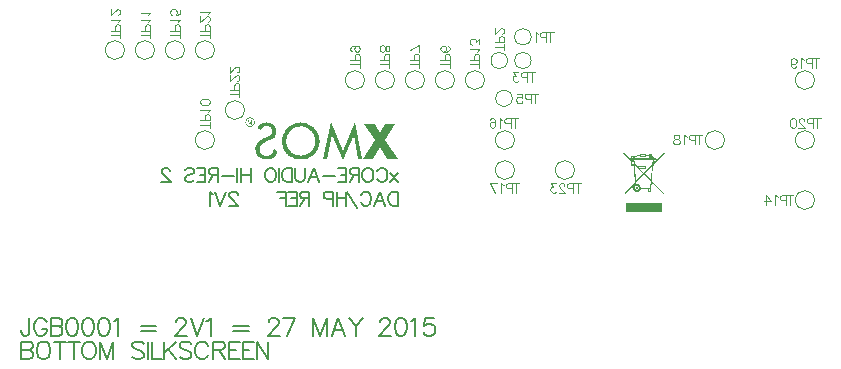
<source format=gbo>
%FSAX43Y43*%
%MOMM*%
G71*
G01*
G75*
G04 Layer_Color=32896*
%ADD10R,0.590X0.600*%
%ADD11R,0.630X0.610*%
%ADD12R,0.600X0.590*%
%ADD13R,0.610X0.630*%
%ADD14R,0.590X1.910*%
%ADD15R,0.550X0.300*%
%ADD16R,1.210X0.590*%
%ADD17R,1.280X0.590*%
%ADD18R,1.090X0.400*%
%ADD19R,0.400X1.090*%
%ADD20R,1.520X0.330*%
%ADD21R,0.930X0.790*%
%ADD22R,1.600X0.280*%
%ADD23C,0.750*%
%ADD24R,5.500X5.500*%
%ADD25R,0.280X1.600*%
%ADD26R,3.700X3.700*%
%ADD27O,0.800X0.220*%
%ADD28O,0.220X0.800*%
%ADD29R,1.270X1.020*%
%ADD30R,0.910X0.930*%
%ADD31R,1.140X1.470*%
%ADD32R,1.000X0.970*%
%ADD33C,1.000*%
%ADD34R,0.400X0.350*%
%ADD35R,1.350X0.400*%
%ADD36R,1.600X1.900*%
%ADD37R,1.400X1.600*%
%ADD38R,1.800X1.230*%
%ADD39R,1.160X1.470*%
%ADD40R,0.930X0.920*%
%ADD41R,0.920X0.930*%
%ADD42R,1.470X1.160*%
%ADD43R,0.350X0.400*%
%ADD44C,0.250*%
%ADD45C,0.150*%
%ADD46C,0.300*%
%ADD47C,0.500*%
%ADD48C,0.280*%
%ADD49C,0.400*%
%ADD50C,0.220*%
%ADD51C,0.160*%
%ADD52C,0.200*%
%ADD53C,0.600*%
%ADD54C,0.800*%
%ADD55C,0.590*%
%ADD56C,0.260*%
%ADD57R,1.200X1.600*%
%ADD58R,1.600X1.100*%
%ADD59R,1.200X1.600*%
%ADD60R,1.100X1.600*%
%ADD61C,1.400*%
%ADD62C,2.200*%
G04:AMPARAMS|DCode=63|XSize=0.9mm|YSize=1.6mm|CornerRadius=0.45mm|HoleSize=0mm|Usage=FLASHONLY|Rotation=270.000|XOffset=0mm|YOffset=0mm|HoleType=Round|Shape=RoundedRectangle|*
%AMROUNDEDRECTD63*
21,1,0.900,0.700,0,0,270.0*
21,1,0.000,1.600,0,0,270.0*
1,1,0.900,-0.350,0.000*
1,1,0.900,-0.350,0.000*
1,1,0.900,0.350,0.000*
1,1,0.900,0.350,0.000*
%
%ADD63ROUNDEDRECTD63*%
%ADD64C,0.600*%
%ADD65C,1.000*%
%ADD66C,1.800*%
G04:AMPARAMS|DCode=67|XSize=1.8mm|YSize=1.8mm|CornerRadius=0mm|HoleSize=0mm|Usage=FLASHONLY|Rotation=0.000|XOffset=0mm|YOffset=0mm|HoleType=Round|Shape=Relief|Width=0.2mm|Gap=0.25mm|Entries=4|*
%AMTHD67*
7,0,0,1.800,1.300,0.200,45*
%
%ADD67THD67*%
%ADD68C,1.900*%
G04:AMPARAMS|DCode=69|XSize=2.3mm|YSize=2.3mm|CornerRadius=0mm|HoleSize=0mm|Usage=FLASHONLY|Rotation=0.000|XOffset=0mm|YOffset=0mm|HoleType=Round|Shape=Relief|Width=0.2mm|Gap=0.25mm|Entries=4|*
%AMTHD69*
7,0,0,2.300,1.800,0.200,45*
%
%ADD69THD69*%
%ADD70O,1.800X1.100*%
%ADD71C,3.650*%
%ADD72C,0.850*%
%ADD73C,1.200*%
%ADD74C,0.120*%
%ADD75C,1.500*%
%ADD76C,2.000*%
%ADD77C,1.350*%
%ADD78C,3.200*%
G36*
X0200912Y0164041D02*
X0201033Y0164017D01*
X0201134Y0163985D01*
X0201222Y0163948D01*
X0201292Y0163906D01*
X0201320Y0163888D01*
X0201343Y0163874D01*
X0201361Y0163860D01*
X0201375Y0163851D01*
X0201380Y0163846D01*
X0201384Y0163842D01*
X0201426Y0163800D01*
X0201463Y0163758D01*
X0201495Y0163717D01*
X0201519Y0163670D01*
X0201565Y0163582D01*
X0201593Y0163499D01*
X0201606Y0163425D01*
X0201611Y0163393D01*
X0201616Y0163369D01*
X0201620Y0163346D01*
Y0163328D01*
Y0163319D01*
Y0163314D01*
X0201616Y0163217D01*
X0201597Y0163124D01*
X0201574Y0163046D01*
X0201546Y0162976D01*
X0201523Y0162921D01*
X0201500Y0162884D01*
X0201482Y0162856D01*
X0201477Y0162847D01*
X0201417Y0162777D01*
X0201347Y0162717D01*
X0201273Y0162661D01*
X0201204Y0162615D01*
X0201139Y0162578D01*
X0201084Y0162550D01*
X0201065Y0162541D01*
X0201051Y0162532D01*
X0201042Y0162527D01*
X0201037D01*
X0200672Y0162374D01*
X0200588Y0162333D01*
X0200519Y0162291D01*
X0200459Y0162250D01*
X0200408Y0162213D01*
X0200371Y0162175D01*
X0200343Y0162148D01*
X0200325Y0162129D01*
X0200320Y0162125D01*
X0200283Y0162069D01*
X0200255Y0162009D01*
X0200232Y0161949D01*
X0200218Y0161898D01*
X0200209Y0161847D01*
X0200204Y0161810D01*
Y0161787D01*
Y0161782D01*
Y0161777D01*
X0200213Y0161690D01*
X0200232Y0161611D01*
X0200255Y0161546D01*
X0200288Y0161486D01*
X0200320Y0161440D01*
X0200343Y0161407D01*
X0200362Y0161389D01*
X0200371Y0161379D01*
X0200436Y0161329D01*
X0200510Y0161292D01*
X0200584Y0161264D01*
X0200648Y0161245D01*
X0200713Y0161236D01*
X0200760Y0161231D01*
X0200778Y0161227D01*
X0200806D01*
X0200889Y0161231D01*
X0200959Y0161250D01*
X0201023Y0161273D01*
X0201079Y0161296D01*
X0201125Y0161324D01*
X0201158Y0161342D01*
X0201176Y0161361D01*
X0201185Y0161366D01*
X0201236Y0161421D01*
X0201283Y0161491D01*
X0201320Y0161555D01*
X0201347Y0161625D01*
X0201370Y0161685D01*
X0201384Y0161731D01*
X0201389Y0161750D01*
X0201394Y0161764D01*
X0201398Y0161773D01*
Y0161777D01*
X0201718Y0161616D01*
X0201681Y0161500D01*
X0201634Y0161393D01*
X0201579Y0161305D01*
X0201528Y0161236D01*
X0201477Y0161176D01*
X0201435Y0161134D01*
X0201407Y0161111D01*
X0201403Y0161102D01*
X0201398D01*
X0201306Y0161042D01*
X0201204Y0161000D01*
X0201107Y0160968D01*
X0201009Y0160949D01*
X0200931Y0160935D01*
X0200894Y0160931D01*
X0200866D01*
X0200838Y0160926D01*
X0200806D01*
X0200727Y0160931D01*
X0200653Y0160935D01*
X0200514Y0160963D01*
X0200454Y0160986D01*
X0200399Y0161005D01*
X0200343Y0161028D01*
X0200297Y0161051D01*
X0200255Y0161074D01*
X0200218Y0161097D01*
X0200186Y0161120D01*
X0200158Y0161139D01*
X0200139Y0161153D01*
X0200126Y0161167D01*
X0200116Y0161171D01*
X0200112Y0161176D01*
X0200065Y0161227D01*
X0200024Y0161278D01*
X0199991Y0161329D01*
X0199959Y0161384D01*
X0199931Y0161440D01*
X0199913Y0161495D01*
X0199880Y0161602D01*
X0199862Y0161694D01*
X0199857Y0161736D01*
X0199852Y0161768D01*
X0199848Y0161796D01*
Y0161819D01*
Y0161833D01*
Y0161838D01*
X0199852Y0161939D01*
X0199871Y0162032D01*
X0199894Y0162111D01*
X0199922Y0162185D01*
X0199950Y0162240D01*
X0199973Y0162282D01*
X0199991Y0162310D01*
X0199996Y0162319D01*
X0200056Y0162393D01*
X0200126Y0162458D01*
X0200200Y0162518D01*
X0200269Y0162564D01*
X0200334Y0162601D01*
X0200389Y0162629D01*
X0200408Y0162638D01*
X0200422Y0162648D01*
X0200431Y0162652D01*
X0200436D01*
X0200861Y0162837D01*
X0200935Y0162874D01*
X0200996Y0162911D01*
X0201051Y0162944D01*
X0201093Y0162976D01*
X0201125Y0163004D01*
X0201148Y0163027D01*
X0201162Y0163041D01*
X0201167Y0163046D01*
X0201199Y0163092D01*
X0201222Y0163138D01*
X0201241Y0163184D01*
X0201250Y0163226D01*
X0201259Y0163263D01*
X0201264Y0163291D01*
Y0163314D01*
Y0163319D01*
X0201259Y0163388D01*
X0201245Y0163448D01*
X0201222Y0163499D01*
X0201199Y0163545D01*
X0201181Y0163582D01*
X0201158Y0163605D01*
X0201144Y0163624D01*
X0201139Y0163629D01*
X0201088Y0163670D01*
X0201033Y0163703D01*
X0200977Y0163721D01*
X0200926Y0163740D01*
X0200880Y0163749D01*
X0200843Y0163754D01*
X0200810D01*
X0200755Y0163749D01*
X0200699Y0163740D01*
X0200653Y0163726D01*
X0200611Y0163712D01*
X0200574Y0163693D01*
X0200551Y0163680D01*
X0200533Y0163670D01*
X0200528Y0163666D01*
X0200482Y0163633D01*
X0200440Y0163592D01*
X0200403Y0163550D01*
X0200366Y0163508D01*
X0200338Y0163471D01*
X0200320Y0163439D01*
X0200306Y0163420D01*
X0200301Y0163411D01*
X0200010Y0163596D01*
X0200056Y0163675D01*
X0200107Y0163744D01*
X0200158Y0163800D01*
X0200204Y0163851D01*
X0200250Y0163888D01*
X0200288Y0163911D01*
X0200311Y0163929D01*
X0200315Y0163934D01*
X0200320D01*
X0200394Y0163971D01*
X0200473Y0163999D01*
X0200551Y0164022D01*
X0200625Y0164036D01*
X0200686Y0164045D01*
X0200736Y0164050D01*
X0200847D01*
X0200912Y0164041D01*
D02*
G37*
G36*
X0208900Y0161000D02*
X0208558D01*
X0208183Y0163027D01*
X0207252Y0160884D01*
X0206332Y0163027D01*
X0205952Y0161000D01*
X0205605D01*
X0206211Y0164101D01*
X0207252Y0161629D01*
X0208298Y0164101D01*
X0208900Y0161000D01*
D02*
G37*
G36*
X0234500Y0161472D02*
X0233561Y0160494D01*
X0233533Y0160227D01*
X0233472Y0159589D01*
X0233428Y0159128D01*
X0234433Y0158089D01*
X0234367Y0158022D01*
X0233417Y0158994D01*
X0233361Y0158400D01*
X0233333D01*
Y0158172D01*
X0233122D01*
Y0158400D01*
X0232467D01*
X0232445Y0158355D01*
X0232411Y0158311D01*
X0232367Y0158261D01*
X0232306Y0158216D01*
X0232234Y0158194D01*
X0232167Y0158189D01*
X0232100D01*
X0232050Y0158205D01*
X0231989Y0158228D01*
X0231939Y0158261D01*
X0231900Y0158300D01*
X0231861Y0158355D01*
X0231834Y0158416D01*
X0231817Y0158472D01*
X0231811Y0158522D01*
X0231817Y0158578D01*
X0231828Y0158622D01*
X0231845Y0158666D01*
X0231867Y0158711D01*
X0231895Y0158750D01*
X0231934Y0158789D01*
X0231978Y0158816D01*
X0232017Y0158833D01*
X0232011Y0158883D01*
X0231178Y0158022D01*
X0231111Y0158094D01*
X0232000Y0159016D01*
X0231928Y0159822D01*
X0231878Y0160405D01*
X0231611D01*
Y0160777D01*
X0231684D01*
X0231006Y0161472D01*
X0231078Y0161538D01*
X0231711Y0160883D01*
Y0160933D01*
X0231700Y0160944D01*
X0231684Y0160955D01*
X0231667Y0160972D01*
X0231650Y0160988D01*
X0231639Y0161016D01*
X0231634Y0161038D01*
X0231628Y0161066D01*
X0231634Y0161100D01*
X0231645Y0161122D01*
X0231667Y0161161D01*
X0231695Y0161183D01*
X0231734Y0161200D01*
X0231773Y0161205D01*
X0231811Y0161200D01*
X0231845Y0161188D01*
X0231872Y0161172D01*
X0231884Y0161155D01*
X0231911Y0161177D01*
X0231950Y0161205D01*
X0232000Y0161227D01*
X0232072Y0161255D01*
X0232150Y0161277D01*
X0232228Y0161294D01*
X0232311Y0161311D01*
X0232378Y0161316D01*
Y0161399D01*
X0232911D01*
Y0161327D01*
X0232956D01*
X0233022Y0161322D01*
X0233095Y0161311D01*
X0233167Y0161299D01*
Y0161344D01*
X0233395D01*
Y0161238D01*
X0233422Y0161222D01*
X0233461Y0161205D01*
X0233500Y0161183D01*
X0233533Y0161161D01*
X0233567Y0161133D01*
X0233589Y0161111D01*
X0233600Y0161094D01*
X0233611Y0161072D01*
X0233606Y0161033D01*
X0233739D01*
Y0160861D01*
X0233595D01*
X0233572Y0160644D01*
X0234433Y0161538D01*
X0234500Y0161472D01*
D02*
G37*
G36*
X0203809Y0164045D02*
X0203920Y0164031D01*
X0204027Y0164013D01*
X0204115Y0163990D01*
X0204193Y0163966D01*
X0204226Y0163957D01*
X0204254Y0163948D01*
X0204277Y0163939D01*
X0204291Y0163934D01*
X0204300Y0163929D01*
X0204305D01*
X0204411Y0163879D01*
X0204508Y0163828D01*
X0204596Y0163772D01*
X0204675Y0163717D01*
X0204735Y0163666D01*
X0204781Y0163629D01*
X0204800Y0163615D01*
X0204814Y0163601D01*
X0204818Y0163596D01*
X0204823Y0163592D01*
X0204902Y0163508D01*
X0204971Y0163420D01*
X0205031Y0163332D01*
X0205082Y0163258D01*
X0205119Y0163189D01*
X0205147Y0163133D01*
X0205156Y0163115D01*
X0205165Y0163101D01*
X0205170Y0163092D01*
Y0163087D01*
X0205207Y0162981D01*
X0205235Y0162874D01*
X0205258Y0162772D01*
X0205272Y0162680D01*
X0205281Y0162601D01*
Y0162569D01*
X0205286Y0162541D01*
Y0162518D01*
Y0162499D01*
Y0162490D01*
Y0162486D01*
X0205281Y0162370D01*
X0205267Y0162259D01*
X0205249Y0162157D01*
X0205225Y0162064D01*
X0205207Y0161990D01*
X0205198Y0161958D01*
X0205188Y0161935D01*
X0205179Y0161912D01*
X0205175Y0161898D01*
X0205170Y0161889D01*
Y0161884D01*
X0205119Y0161782D01*
X0205063Y0161685D01*
X0205008Y0161602D01*
X0204952Y0161528D01*
X0204902Y0161463D01*
X0204860Y0161417D01*
X0204846Y0161403D01*
X0204832Y0161389D01*
X0204827Y0161384D01*
X0204823Y0161379D01*
X0204735Y0161301D01*
X0204647Y0161231D01*
X0204559Y0161176D01*
X0204480Y0161125D01*
X0204406Y0161088D01*
X0204379Y0161074D01*
X0204355Y0161060D01*
X0204332Y0161051D01*
X0204318Y0161042D01*
X0204309Y0161037D01*
X0204305D01*
X0204193Y0161000D01*
X0204082Y0160972D01*
X0203981Y0160949D01*
X0203888Y0160935D01*
X0203809Y0160926D01*
X0203777D01*
X0203749Y0160921D01*
X0203694D01*
X0203578Y0160926D01*
X0203467Y0160940D01*
X0203360Y0160958D01*
X0203268Y0160981D01*
X0203194Y0161000D01*
X0203161Y0161009D01*
X0203134Y0161019D01*
X0203111Y0161028D01*
X0203097Y0161032D01*
X0203087Y0161037D01*
X0203083D01*
X0202976Y0161088D01*
X0202874Y0161143D01*
X0202787Y0161199D01*
X0202708Y0161255D01*
X0202648Y0161301D01*
X0202601Y0161342D01*
X0202583Y0161356D01*
X0202569Y0161370D01*
X0202564Y0161375D01*
X0202560Y0161379D01*
X0202481Y0161463D01*
X0202412Y0161551D01*
X0202352Y0161634D01*
X0202305Y0161713D01*
X0202268Y0161777D01*
X0202240Y0161833D01*
X0202231Y0161852D01*
X0202222Y0161865D01*
X0202217Y0161875D01*
Y0161879D01*
X0202176Y0161986D01*
X0202148Y0162092D01*
X0202125Y0162194D01*
X0202111Y0162287D01*
X0202102Y0162370D01*
Y0162402D01*
X0202097Y0162430D01*
Y0162453D01*
Y0162472D01*
Y0162481D01*
Y0162486D01*
X0202102Y0162601D01*
X0202116Y0162712D01*
X0202134Y0162814D01*
X0202157Y0162907D01*
X0202180Y0162981D01*
X0202190Y0163013D01*
X0202199Y0163036D01*
X0202208Y0163059D01*
X0202213Y0163073D01*
X0202217Y0163083D01*
Y0163087D01*
X0202268Y0163194D01*
X0202319Y0163286D01*
X0202379Y0163374D01*
X0202435Y0163448D01*
X0202481Y0163508D01*
X0202523Y0163555D01*
X0202537Y0163568D01*
X0202551Y0163582D01*
X0202555Y0163587D01*
X0202560Y0163592D01*
X0202648Y0163670D01*
X0202736Y0163735D01*
X0202824Y0163795D01*
X0202907Y0163842D01*
X0202976Y0163879D01*
X0203009Y0163897D01*
X0203032Y0163906D01*
X0203055Y0163916D01*
X0203069Y0163925D01*
X0203078Y0163929D01*
X0203083D01*
X0203194Y0163971D01*
X0203300Y0163999D01*
X0203402Y0164022D01*
X0203499Y0164036D01*
X0203578Y0164045D01*
X0203610D01*
X0203638Y0164050D01*
X0203694D01*
X0203809Y0164045D01*
D02*
G37*
G36*
X0210808Y0162541D02*
X0211895Y0161000D01*
X0211025D01*
X0210382Y0161939D01*
X0209799Y0161000D01*
X0208924D01*
X0209984Y0162541D01*
X0209063Y0163888D01*
X0209956D01*
X0210382Y0163143D01*
X0210808Y0163888D01*
X0211701D01*
X0210808Y0162541D01*
D02*
G37*
G36*
X0234300Y0157255D02*
Y0157244D01*
Y0157222D01*
Y0157200D01*
Y0157178D01*
Y0157155D01*
Y0157144D01*
Y0157139D01*
Y0157050D01*
Y0156967D01*
Y0156928D01*
Y0156900D01*
Y0156883D01*
Y0156878D01*
Y0156778D01*
Y0156733D01*
Y0156694D01*
Y0156661D01*
Y0156639D01*
Y0156622D01*
Y0156617D01*
Y0156578D01*
Y0156550D01*
Y0156528D01*
Y0156517D01*
Y0156500D01*
X0231261D01*
Y0156506D01*
Y0156517D01*
Y0156561D01*
Y0156600D01*
Y0156611D01*
Y0156617D01*
Y0156706D01*
Y0156789D01*
Y0156828D01*
Y0156856D01*
Y0156872D01*
Y0156878D01*
Y0156978D01*
Y0157022D01*
Y0157061D01*
Y0157094D01*
Y0157117D01*
Y0157133D01*
Y0157139D01*
Y0157178D01*
Y0157211D01*
Y0157233D01*
Y0157244D01*
Y0157255D01*
Y0157261D01*
X0234300D01*
Y0157255D01*
D02*
G37*
G36*
X0199441Y0164479D02*
X0199477Y0164474D01*
X0199510Y0164465D01*
X0199526Y0164460D01*
X0199540Y0164456D01*
X0199552Y0164450D01*
X0199565Y0164446D01*
X0199575Y0164441D01*
X0199584Y0164437D01*
X0199590Y0164434D01*
X0199596Y0164431D01*
X0199599Y0164430D01*
X0199600Y0164429D01*
X0199633Y0164408D01*
X0199663Y0164385D01*
X0199688Y0164360D01*
X0199709Y0164337D01*
X0199718Y0164326D01*
X0199726Y0164316D01*
X0199732Y0164306D01*
X0199738Y0164298D01*
X0199742Y0164292D01*
X0199746Y0164287D01*
X0199747Y0164284D01*
X0199748Y0164283D01*
X0199757Y0164265D01*
X0199764Y0164247D01*
X0199778Y0164212D01*
X0199787Y0164178D01*
X0199793Y0164148D01*
X0199796Y0164135D01*
X0199797Y0164123D01*
X0199799Y0164112D01*
Y0164103D01*
X0199800Y0164095D01*
Y0164090D01*
Y0164086D01*
Y0164085D01*
X0199799Y0164066D01*
X0199798Y0164047D01*
X0199792Y0164012D01*
X0199783Y0163979D01*
X0199779Y0163963D01*
X0199773Y0163949D01*
X0199769Y0163935D01*
X0199764Y0163924D01*
X0199760Y0163914D01*
X0199756Y0163905D01*
X0199752Y0163898D01*
X0199750Y0163893D01*
X0199748Y0163890D01*
Y0163889D01*
X0199727Y0163855D01*
X0199703Y0163827D01*
X0199679Y0163801D01*
X0199655Y0163780D01*
X0199643Y0163771D01*
X0199633Y0163763D01*
X0199625Y0163758D01*
X0199617Y0163752D01*
X0199610Y0163748D01*
X0199606Y0163744D01*
X0199602Y0163743D01*
X0199601Y0163742D01*
X0199584Y0163733D01*
X0199566Y0163726D01*
X0199530Y0163712D01*
X0199498Y0163703D01*
X0199468Y0163697D01*
X0199455Y0163694D01*
X0199443Y0163693D01*
X0199431Y0163691D01*
X0199423D01*
X0199415Y0163690D01*
X0199405D01*
X0199386Y0163691D01*
X0199367Y0163692D01*
X0199330Y0163698D01*
X0199297Y0163707D01*
X0199282Y0163711D01*
X0199268Y0163717D01*
X0199255Y0163721D01*
X0199243Y0163726D01*
X0199233Y0163730D01*
X0199225Y0163734D01*
X0199217Y0163738D01*
X0199213Y0163740D01*
X0199209Y0163742D01*
X0199208D01*
X0199175Y0163763D01*
X0199145Y0163787D01*
X0199121Y0163811D01*
X0199100Y0163835D01*
X0199091Y0163847D01*
X0199083Y0163857D01*
X0199076Y0163865D01*
X0199072Y0163873D01*
X0199067Y0163880D01*
X0199064Y0163884D01*
X0199063Y0163888D01*
X0199062Y0163889D01*
X0199053Y0163906D01*
X0199044Y0163924D01*
X0199031Y0163960D01*
X0199022Y0163992D01*
X0199015Y0164022D01*
X0199013Y0164035D01*
X0199011Y0164047D01*
X0199010Y0164059D01*
Y0164067D01*
X0199009Y0164075D01*
Y0164081D01*
Y0164084D01*
Y0164085D01*
X0199010Y0164104D01*
X0199011Y0164123D01*
X0199016Y0164160D01*
X0199025Y0164193D01*
X0199030Y0164208D01*
X0199035Y0164223D01*
X0199040Y0164236D01*
X0199045Y0164247D01*
X0199050Y0164257D01*
X0199053Y0164266D01*
X0199057Y0164274D01*
X0199060Y0164278D01*
X0199061Y0164282D01*
X0199062Y0164283D01*
X0199084Y0164316D01*
X0199107Y0164346D01*
X0199132Y0164372D01*
X0199144Y0164382D01*
X0199156Y0164392D01*
X0199167Y0164400D01*
X0199177Y0164408D01*
X0199187Y0164415D01*
X0199195Y0164420D01*
X0199202Y0164424D01*
X0199206Y0164427D01*
X0199209Y0164428D01*
X0199211Y0164429D01*
X0199228Y0164438D01*
X0199246Y0164447D01*
X0199281Y0164459D01*
X0199314Y0164469D01*
X0199343Y0164475D01*
X0199356Y0164477D01*
X0199368Y0164479D01*
X0199379Y0164480D01*
X0199388D01*
X0199395Y0164481D01*
X0199424D01*
X0199441Y0164479D01*
D02*
G37*
%LPC*%
G36*
X0233495Y0160861D02*
X0231939D01*
X0231950Y0160777D01*
X0231989D01*
Y0160600D01*
X0232222Y0160361D01*
X0232922D01*
Y0160139D01*
X0232439D01*
X0232761Y0159805D01*
X0233467Y0160538D01*
X0233495Y0160861D01*
D02*
G37*
G36*
X0232828Y0160266D02*
X0232328D01*
Y0160233D01*
X0232828D01*
Y0160266D01*
D02*
G37*
G36*
X0231895Y0160683D02*
X0231711D01*
Y0160500D01*
X0231895D01*
Y0160683D01*
D02*
G37*
G36*
X0233450Y0160383D02*
X0232828Y0159739D01*
X0233339Y0159211D01*
X0233450Y0160383D01*
D02*
G37*
G36*
X0232184Y0158694D02*
X0232156D01*
X0232100Y0158689D01*
X0232061Y0158666D01*
X0232028Y0158644D01*
X0232011Y0158611D01*
X0232000Y0158583D01*
X0231989Y0158555D01*
Y0158533D01*
Y0158528D01*
X0231995Y0158472D01*
X0232017Y0158433D01*
X0232039Y0158400D01*
X0232072Y0158383D01*
X0232100Y0158372D01*
X0232128Y0158366D01*
X0232150Y0158361D01*
X0232156D01*
X0232211Y0158366D01*
X0232250Y0158389D01*
X0232284Y0158416D01*
X0232300Y0158444D01*
X0232311Y0158478D01*
X0232317Y0158500D01*
X0232322Y0158522D01*
Y0158528D01*
X0232317Y0158583D01*
X0232295Y0158622D01*
X0232267Y0158655D01*
X0232239Y0158672D01*
X0232206Y0158683D01*
X0232184Y0158694D01*
D02*
G37*
G36*
X0232761Y0159666D02*
X0232100Y0158983D01*
X0232111Y0158861D01*
X0232156Y0158866D01*
X0232206Y0158861D01*
X0232267Y0158844D01*
X0232328Y0158816D01*
X0232372Y0158783D01*
X0232411Y0158744D01*
X0232450Y0158689D01*
X0232478Y0158622D01*
X0232495Y0158550D01*
X0232489Y0158500D01*
X0233272D01*
X0233328Y0159083D01*
X0232761Y0159666D01*
D02*
G37*
G36*
X0231989Y0160461D02*
Y0160405D01*
X0231978D01*
X0232089Y0159111D01*
X0232695Y0159739D01*
X0232306Y0160139D01*
X0232222D01*
Y0160222D01*
X0231989Y0160461D01*
D02*
G37*
G36*
X0233239Y0158400D02*
X0233217D01*
Y0158266D01*
X0233239D01*
Y0158400D01*
D02*
G37*
G36*
X0232811Y0161305D02*
X0232472D01*
Y0161250D01*
X0232811D01*
Y0161305D01*
D02*
G37*
G36*
X0203735Y0163721D02*
X0203694D01*
X0203601Y0163717D01*
X0203518Y0163707D01*
X0203439Y0163693D01*
X0203370Y0163675D01*
X0203310Y0163656D01*
X0203263Y0163643D01*
X0203235Y0163633D01*
X0203231Y0163629D01*
X0203226D01*
X0203143Y0163592D01*
X0203069Y0163550D01*
X0203004Y0163504D01*
X0202944Y0163462D01*
X0202898Y0163420D01*
X0202861Y0163388D01*
X0202837Y0163369D01*
X0202828Y0163360D01*
X0202768Y0163295D01*
X0202713Y0163226D01*
X0202671Y0163161D01*
X0202634Y0163096D01*
X0202601Y0163041D01*
X0202583Y0162999D01*
X0202569Y0162971D01*
X0202564Y0162967D01*
Y0162962D01*
X0202532Y0162879D01*
X0202509Y0162791D01*
X0202490Y0162712D01*
X0202481Y0162638D01*
X0202472Y0162578D01*
X0202467Y0162527D01*
Y0162509D01*
Y0162495D01*
Y0162490D01*
Y0162486D01*
X0202472Y0162393D01*
X0202481Y0162305D01*
X0202495Y0162226D01*
X0202514Y0162157D01*
X0202532Y0162097D01*
X0202546Y0162051D01*
X0202551Y0162037D01*
X0202555Y0162023D01*
X0202560Y0162018D01*
Y0162014D01*
X0202597Y0161935D01*
X0202638Y0161856D01*
X0202685Y0161791D01*
X0202726Y0161731D01*
X0202768Y0161685D01*
X0202800Y0161648D01*
X0202819Y0161625D01*
X0202828Y0161616D01*
X0202898Y0161555D01*
X0202962Y0161500D01*
X0203032Y0161454D01*
X0203092Y0161417D01*
X0203148Y0161384D01*
X0203189Y0161366D01*
X0203217Y0161352D01*
X0203222Y0161347D01*
X0203226D01*
X0203310Y0161315D01*
X0203393Y0161292D01*
X0203471Y0161278D01*
X0203541Y0161268D01*
X0203606Y0161259D01*
X0203652Y0161255D01*
X0203694D01*
X0203786Y0161259D01*
X0203869Y0161268D01*
X0203948Y0161282D01*
X0204018Y0161301D01*
X0204078Y0161315D01*
X0204124Y0161329D01*
X0204152Y0161338D01*
X0204156Y0161342D01*
X0204161D01*
X0204240Y0161379D01*
X0204314Y0161426D01*
X0204383Y0161467D01*
X0204443Y0161514D01*
X0204490Y0161555D01*
X0204527Y0161588D01*
X0204550Y0161606D01*
X0204559Y0161616D01*
X0204619Y0161685D01*
X0204675Y0161754D01*
X0204721Y0161819D01*
X0204758Y0161884D01*
X0204790Y0161935D01*
X0204809Y0161976D01*
X0204823Y0162004D01*
X0204827Y0162009D01*
Y0162014D01*
X0204855Y0162097D01*
X0204878Y0162180D01*
X0204892Y0162259D01*
X0204906Y0162333D01*
X0204911Y0162393D01*
X0204915Y0162444D01*
Y0162462D01*
Y0162476D01*
Y0162481D01*
Y0162486D01*
X0204911Y0162578D01*
X0204902Y0162666D01*
X0204888Y0162745D01*
X0204869Y0162814D01*
X0204855Y0162874D01*
X0204841Y0162921D01*
X0204837Y0162934D01*
X0204832Y0162948D01*
X0204827Y0162953D01*
Y0162958D01*
X0204790Y0163041D01*
X0204744Y0163115D01*
X0204703Y0163184D01*
X0204656Y0163245D01*
X0204619Y0163291D01*
X0204587Y0163328D01*
X0204568Y0163351D01*
X0204559Y0163360D01*
X0204494Y0163420D01*
X0204425Y0163476D01*
X0204360Y0163522D01*
X0204300Y0163559D01*
X0204244Y0163592D01*
X0204203Y0163610D01*
X0204175Y0163624D01*
X0204170Y0163629D01*
X0204166D01*
X0204082Y0163661D01*
X0203999Y0163684D01*
X0203920Y0163698D01*
X0203846Y0163712D01*
X0203786Y0163717D01*
X0203735Y0163721D01*
D02*
G37*
G36*
X0199413Y0164416D02*
X0199405D01*
X0199374Y0164414D01*
X0199345Y0164409D01*
X0199317Y0164403D01*
X0199293Y0164395D01*
X0199282Y0164390D01*
X0199272Y0164386D01*
X0199264Y0164383D01*
X0199256Y0164379D01*
X0199251Y0164377D01*
X0199246Y0164375D01*
X0199244Y0164373D01*
X0199243D01*
X0199214Y0164355D01*
X0199190Y0164335D01*
X0199168Y0164315D01*
X0199151Y0164295D01*
X0199136Y0164277D01*
X0199131Y0164269D01*
X0199126Y0164263D01*
X0199123Y0164257D01*
X0199121Y0164253D01*
X0199118Y0164251D01*
Y0164249D01*
X0199104Y0164219D01*
X0199093Y0164191D01*
X0199085Y0164163D01*
X0199080Y0164137D01*
X0199077Y0164126D01*
X0199076Y0164116D01*
X0199075Y0164107D01*
Y0164100D01*
X0199074Y0164094D01*
Y0164088D01*
Y0164086D01*
Y0164085D01*
X0199076Y0164054D01*
X0199081Y0164023D01*
X0199089Y0163995D01*
X0199096Y0163971D01*
X0199101Y0163960D01*
X0199104Y0163951D01*
X0199108Y0163942D01*
X0199112Y0163934D01*
X0199114Y0163929D01*
X0199116Y0163924D01*
X0199118Y0163922D01*
Y0163921D01*
X0199136Y0163893D01*
X0199156Y0163869D01*
X0199176Y0163848D01*
X0199196Y0163830D01*
X0199213Y0163817D01*
X0199221Y0163811D01*
X0199227Y0163807D01*
X0199233Y0163803D01*
X0199237Y0163801D01*
X0199239Y0163799D01*
X0199241D01*
X0199271Y0163784D01*
X0199299Y0163773D01*
X0199327Y0163767D01*
X0199353Y0163761D01*
X0199364Y0163759D01*
X0199374Y0163758D01*
X0199383Y0163757D01*
X0199390D01*
X0199396Y0163755D01*
X0199405D01*
X0199436Y0163758D01*
X0199467Y0163762D01*
X0199495Y0163769D01*
X0199519Y0163778D01*
X0199530Y0163781D01*
X0199539Y0163785D01*
X0199548Y0163789D01*
X0199556Y0163792D01*
X0199561Y0163794D01*
X0199566Y0163797D01*
X0199568Y0163799D01*
X0199569D01*
X0199597Y0163817D01*
X0199621Y0163837D01*
X0199642Y0163857D01*
X0199660Y0163876D01*
X0199673Y0163894D01*
X0199679Y0163901D01*
X0199683Y0163908D01*
X0199687Y0163913D01*
X0199689Y0163918D01*
X0199691Y0163920D01*
Y0163921D01*
X0199706Y0163951D01*
X0199717Y0163980D01*
X0199723Y0164007D01*
X0199729Y0164033D01*
X0199731Y0164044D01*
X0199732Y0164054D01*
X0199733Y0164063D01*
Y0164071D01*
X0199735Y0164076D01*
Y0164082D01*
Y0164084D01*
Y0164085D01*
X0199732Y0164116D01*
X0199728Y0164147D01*
X0199720Y0164175D01*
X0199712Y0164199D01*
X0199708Y0164211D01*
X0199705Y0164221D01*
X0199700Y0164228D01*
X0199697Y0164236D01*
X0199695Y0164242D01*
X0199692Y0164246D01*
X0199690Y0164248D01*
Y0164249D01*
X0199672Y0164277D01*
X0199652Y0164303D01*
X0199631Y0164324D01*
X0199611Y0164342D01*
X0199595Y0164355D01*
X0199587Y0164360D01*
X0199580Y0164365D01*
X0199575Y0164368D01*
X0199570Y0164370D01*
X0199568Y0164373D01*
X0199567D01*
X0199537Y0164387D01*
X0199508Y0164398D01*
X0199481Y0164406D01*
X0199456Y0164410D01*
X0199445Y0164413D01*
X0199435Y0164414D01*
X0199427Y0164415D01*
X0199419D01*
X0199413Y0164416D01*
D02*
G37*
G36*
X0232911Y0161227D02*
Y0161155D01*
X0232378D01*
Y0161216D01*
X0232267Y0161200D01*
X0232167Y0161177D01*
X0232084Y0161155D01*
X0232017Y0161122D01*
X0231967Y0161094D01*
X0231928Y0161055D01*
Y0161033D01*
X0233167D01*
Y0161194D01*
X0233089Y0161211D01*
X0233006Y0161222D01*
X0232911Y0161227D01*
D02*
G37*
G36*
X0233395Y0161127D02*
Y0161033D01*
X0233511D01*
Y0161050D01*
X0233483Y0161077D01*
X0233450Y0161100D01*
X0233395Y0161127D01*
D02*
G37*
G36*
X0231784Y0161111D02*
X0231778D01*
X0231750Y0161105D01*
X0231734Y0161088D01*
X0231728Y0161066D01*
Y0161061D01*
X0231734Y0161033D01*
X0231750Y0161022D01*
X0231773Y0161016D01*
X0231778D01*
X0231806Y0161022D01*
X0231817Y0161038D01*
X0231822Y0161055D01*
Y0161061D01*
X0231817Y0161088D01*
X0231800Y0161105D01*
X0231784Y0161111D01*
D02*
G37*
G36*
X0233300Y0161250D02*
X0233261D01*
Y0161122D01*
X0233300D01*
Y0161250D01*
D02*
G37*
%LPD*%
G36*
X0199578Y0163867D02*
X0199509D01*
Y0164047D01*
X0199469D01*
X0199456Y0164046D01*
X0199445Y0164045D01*
X0199436Y0164043D01*
X0199428Y0164041D01*
X0199421Y0164037D01*
X0199417Y0164035D01*
X0199415Y0164034D01*
X0199414Y0164033D01*
X0199408Y0164029D01*
X0199403Y0164023D01*
X0199390Y0164009D01*
X0199378Y0163993D01*
X0199367Y0163975D01*
X0199357Y0163960D01*
X0199349Y0163946D01*
X0199346Y0163941D01*
X0199344Y0163936D01*
X0199342Y0163934D01*
Y0163933D01*
X0199304Y0163867D01*
X0199219D01*
X0199272Y0163950D01*
X0199285Y0163971D01*
X0199297Y0163987D01*
X0199308Y0164002D01*
X0199317Y0164014D01*
X0199325Y0164023D01*
X0199330Y0164030D01*
X0199334Y0164033D01*
X0199335Y0164034D01*
X0199347Y0164043D01*
X0199358Y0164051D01*
X0199364Y0164054D01*
X0199368Y0164055D01*
X0199370Y0164057D01*
X0199372D01*
X0199352Y0164060D01*
X0199334Y0164065D01*
X0199319Y0164071D01*
X0199306Y0164077D01*
X0199296Y0164084D01*
X0199288Y0164090D01*
X0199284Y0164094D01*
X0199283Y0164095D01*
X0199272Y0164108D01*
X0199263Y0164123D01*
X0199257Y0164137D01*
X0199253Y0164150D01*
X0199251Y0164161D01*
X0199248Y0164170D01*
Y0164175D01*
Y0164177D01*
X0199249Y0164189D01*
X0199252Y0164201D01*
X0199255Y0164211D01*
X0199258Y0164219D01*
X0199263Y0164227D01*
X0199266Y0164234D01*
X0199268Y0164237D01*
X0199269Y0164238D01*
X0199277Y0164248D01*
X0199286Y0164257D01*
X0199295Y0164265D01*
X0199304Y0164271D01*
X0199312Y0164275D01*
X0199317Y0164278D01*
X0199322Y0164281D01*
X0199323D01*
X0199337Y0164285D01*
X0199354Y0164287D01*
X0199372Y0164289D01*
X0199389Y0164292D01*
X0199406D01*
X0199419Y0164293D01*
X0199578D01*
Y0163867D01*
D02*
G37*
G36*
X0232195Y0158633D02*
X0232222Y0158622D01*
X0232239Y0158605D01*
X0232250Y0158583D01*
X0232267Y0158544D01*
Y0158533D01*
Y0158528D01*
X0232261Y0158489D01*
X0232250Y0158461D01*
X0232234Y0158444D01*
X0232211Y0158433D01*
X0232172Y0158416D01*
X0232156D01*
X0232117Y0158422D01*
X0232089Y0158433D01*
X0232072Y0158450D01*
X0232056Y0158472D01*
X0232045Y0158511D01*
Y0158522D01*
Y0158528D01*
X0232050Y0158566D01*
X0232061Y0158594D01*
X0232078Y0158611D01*
X0232100Y0158628D01*
X0232139Y0158639D01*
X0232156D01*
X0232195Y0158633D01*
D02*
G37*
%LPC*%
G36*
X0199509Y0164235D02*
X0199414D01*
X0199399Y0164234D01*
X0199387Y0164233D01*
X0199377Y0164232D01*
X0199370Y0164229D01*
X0199365Y0164228D01*
X0199363Y0164227D01*
X0199362D01*
X0199349Y0164221D01*
X0199340Y0164213D01*
X0199335Y0164206D01*
X0199333Y0164205D01*
Y0164204D01*
X0199326Y0164193D01*
X0199323Y0164182D01*
X0199322Y0164177D01*
Y0164174D01*
Y0164172D01*
Y0164171D01*
X0199323Y0164161D01*
X0199325Y0164152D01*
X0199328Y0164143D01*
X0199333Y0164136D01*
X0199337Y0164131D01*
X0199340Y0164127D01*
X0199343Y0164125D01*
X0199344Y0164124D01*
X0199354Y0164118D01*
X0199366Y0164114D01*
X0199379Y0164111D01*
X0199393Y0164108D01*
X0199406Y0164107D01*
X0199416Y0164106D01*
X0199509D01*
Y0164235D01*
D02*
G37*
G36*
X0232161Y0158544D02*
X0232145D01*
X0232139Y0158539D01*
Y0158533D01*
Y0158528D01*
Y0158516D01*
X0232145Y0158511D01*
X0232156D01*
X0232167Y0158516D01*
X0232172Y0158522D01*
Y0158528D01*
X0232167Y0158539D01*
X0232161Y0158544D01*
D02*
G37*
%LPD*%
D45*
X0211900Y0158200D02*
Y0157000D01*
Y0158200D02*
X0211500D01*
X0211329Y0158143D01*
X0211214Y0158028D01*
X0211157Y0157914D01*
X0211100Y0157743D01*
Y0157457D01*
X0211157Y0157286D01*
X0211214Y0157171D01*
X0211329Y0157057D01*
X0211500Y0157000D01*
X0211900D01*
X0209918D02*
X0210375Y0158200D01*
X0210832Y0157000D01*
X0210660Y0157400D02*
X0210089D01*
X0208781Y0157914D02*
X0208838Y0158028D01*
X0208952Y0158143D01*
X0209066Y0158200D01*
X0209295D01*
X0209409Y0158143D01*
X0209523Y0158028D01*
X0209581Y0157914D01*
X0209638Y0157743D01*
Y0157457D01*
X0209581Y0157286D01*
X0209523Y0157171D01*
X0209409Y0157057D01*
X0209295Y0157000D01*
X0209066D01*
X0208952Y0157057D01*
X0208838Y0157171D01*
X0208781Y0157286D01*
X0208444Y0156829D02*
X0207644Y0158200D01*
X0207564D02*
Y0157000D01*
X0206764Y0158200D02*
Y0157000D01*
X0207564Y0157628D02*
X0206764D01*
X0206433Y0157571D02*
X0205918D01*
X0205747Y0157628D01*
X0205690Y0157686D01*
X0205633Y0157800D01*
Y0157971D01*
X0205690Y0158085D01*
X0205747Y0158143D01*
X0205918Y0158200D01*
X0206433D01*
Y0157000D01*
X0204422Y0158200D02*
Y0157000D01*
Y0158200D02*
X0203907D01*
X0203736Y0158143D01*
X0203679Y0158085D01*
X0203622Y0157971D01*
Y0157857D01*
X0203679Y0157743D01*
X0203736Y0157686D01*
X0203907Y0157628D01*
X0204422D01*
X0204022D02*
X0203622Y0157000D01*
X0202611Y0158200D02*
X0203353D01*
Y0157000D01*
X0202611D01*
X0203353Y0157628D02*
X0202896D01*
X0202411Y0158200D02*
Y0157000D01*
Y0158200D02*
X0201668D01*
X0202411Y0157628D02*
X0201954D01*
X0198343Y0157914D02*
Y0157971D01*
X0198286Y0158085D01*
X0198229Y0158143D01*
X0198114Y0158200D01*
X0197886D01*
X0197772Y0158143D01*
X0197714Y0158085D01*
X0197657Y0157971D01*
Y0157857D01*
X0197714Y0157743D01*
X0197829Y0157571D01*
X0198400Y0157000D01*
X0197600D01*
X0197332Y0158200D02*
X0196875Y0157000D01*
X0196418Y0158200D02*
X0196875Y0157000D01*
X0196263Y0157971D02*
X0196149Y0158028D01*
X0195978Y0158200D01*
Y0157000D01*
X0211900Y0159800D02*
X0211272Y0159000D01*
Y0159800D02*
X0211900Y0159000D01*
X0210163Y0159914D02*
X0210220Y0160028D01*
X0210335Y0160143D01*
X0210449Y0160200D01*
X0210677D01*
X0210792Y0160143D01*
X0210906Y0160028D01*
X0210963Y0159914D01*
X0211020Y0159743D01*
Y0159457D01*
X0210963Y0159286D01*
X0210906Y0159171D01*
X0210792Y0159057D01*
X0210677Y0159000D01*
X0210449D01*
X0210335Y0159057D01*
X0210220Y0159171D01*
X0210163Y0159286D01*
X0209483Y0160200D02*
X0209598Y0160143D01*
X0209712Y0160028D01*
X0209769Y0159914D01*
X0209826Y0159743D01*
Y0159457D01*
X0209769Y0159286D01*
X0209712Y0159171D01*
X0209598Y0159057D01*
X0209483Y0159000D01*
X0209255D01*
X0209141Y0159057D01*
X0209026Y0159171D01*
X0208969Y0159286D01*
X0208912Y0159457D01*
Y0159743D01*
X0208969Y0159914D01*
X0209026Y0160028D01*
X0209141Y0160143D01*
X0209255Y0160200D01*
X0209483D01*
X0208632D02*
Y0159000D01*
Y0160200D02*
X0208118D01*
X0207947Y0160143D01*
X0207889Y0160085D01*
X0207832Y0159971D01*
Y0159857D01*
X0207889Y0159743D01*
X0207947Y0159686D01*
X0208118Y0159628D01*
X0208632D01*
X0208232D02*
X0207832Y0159000D01*
X0206821Y0160200D02*
X0207564D01*
Y0159000D01*
X0206821D01*
X0207564Y0159628D02*
X0207107D01*
X0206621Y0159514D02*
X0205593D01*
X0204324Y0159000D02*
X0204782Y0160200D01*
X0205239Y0159000D01*
X0205067Y0159400D02*
X0204496D01*
X0204045Y0160200D02*
Y0159343D01*
X0203987Y0159171D01*
X0203873Y0159057D01*
X0203702Y0159000D01*
X0203587D01*
X0203416Y0159057D01*
X0203302Y0159171D01*
X0203245Y0159343D01*
Y0160200D01*
X0202913D02*
Y0159000D01*
Y0160200D02*
X0202513D01*
X0202342Y0160143D01*
X0202228Y0160028D01*
X0202171Y0159914D01*
X0202114Y0159743D01*
Y0159457D01*
X0202171Y0159286D01*
X0202228Y0159171D01*
X0202342Y0159057D01*
X0202513Y0159000D01*
X0202913D01*
X0201845Y0160200D02*
Y0159000D01*
X0201251Y0160200D02*
X0201365Y0160143D01*
X0201479Y0160028D01*
X0201537Y0159914D01*
X0201594Y0159743D01*
Y0159457D01*
X0201537Y0159286D01*
X0201479Y0159171D01*
X0201365Y0159057D01*
X0201251Y0159000D01*
X0201022D01*
X0200908Y0159057D01*
X0200794Y0159171D01*
X0200737Y0159286D01*
X0200680Y0159457D01*
Y0159743D01*
X0200737Y0159914D01*
X0200794Y0160028D01*
X0200908Y0160143D01*
X0201022Y0160200D01*
X0201251D01*
X0199457D02*
Y0159000D01*
X0198657Y0160200D02*
Y0159000D01*
X0199457Y0159628D02*
X0198657D01*
X0198326Y0160200D02*
Y0159000D01*
X0198074Y0159514D02*
X0197046D01*
X0196692Y0160200D02*
Y0159000D01*
Y0160200D02*
X0196178D01*
X0196006Y0160143D01*
X0195949Y0160085D01*
X0195892Y0159971D01*
Y0159857D01*
X0195949Y0159743D01*
X0196006Y0159686D01*
X0196178Y0159628D01*
X0196692D01*
X0196292D02*
X0195892Y0159000D01*
X0194881Y0160200D02*
X0195623D01*
Y0159000D01*
X0194881D01*
X0195623Y0159628D02*
X0195166D01*
X0193881Y0160028D02*
X0193995Y0160143D01*
X0194167Y0160200D01*
X0194395D01*
X0194567Y0160143D01*
X0194681Y0160028D01*
Y0159914D01*
X0194624Y0159800D01*
X0194567Y0159743D01*
X0194452Y0159686D01*
X0194110Y0159571D01*
X0193995Y0159514D01*
X0193938Y0159457D01*
X0193881Y0159343D01*
Y0159171D01*
X0193995Y0159057D01*
X0194167Y0159000D01*
X0194395D01*
X0194567Y0159057D01*
X0194681Y0159171D01*
X0192613Y0159914D02*
Y0159971D01*
X0192556Y0160085D01*
X0192498Y0160143D01*
X0192384Y0160200D01*
X0192156D01*
X0192041Y0160143D01*
X0191984Y0160085D01*
X0191927Y0159971D01*
Y0159857D01*
X0191984Y0159743D01*
X0192099Y0159571D01*
X0192670Y0159000D01*
X0191870D01*
X0180000Y0145500D02*
Y0144000D01*
Y0145500D02*
X0180643D01*
X0180857Y0145428D01*
X0180928Y0145357D01*
X0181000Y0145214D01*
Y0145071D01*
X0180928Y0144928D01*
X0180857Y0144857D01*
X0180643Y0144786D01*
X0180000D02*
X0180643D01*
X0180857Y0144714D01*
X0180928Y0144643D01*
X0181000Y0144500D01*
Y0144286D01*
X0180928Y0144143D01*
X0180857Y0144071D01*
X0180643Y0144000D01*
X0180000D01*
X0181764Y0145500D02*
X0181621Y0145428D01*
X0181478Y0145285D01*
X0181407Y0145143D01*
X0181335Y0144928D01*
Y0144571D01*
X0181407Y0144357D01*
X0181478Y0144214D01*
X0181621Y0144071D01*
X0181764Y0144000D01*
X0182050D01*
X0182192Y0144071D01*
X0182335Y0144214D01*
X0182407Y0144357D01*
X0182478Y0144571D01*
Y0144928D01*
X0182407Y0145143D01*
X0182335Y0145285D01*
X0182192Y0145428D01*
X0182050Y0145500D01*
X0181764D01*
X0183328D02*
Y0144000D01*
X0182828Y0145500D02*
X0183828D01*
X0184506D02*
Y0144000D01*
X0184006Y0145500D02*
X0185006D01*
X0185613D02*
X0185470Y0145428D01*
X0185327Y0145285D01*
X0185256Y0145143D01*
X0185185Y0144928D01*
Y0144571D01*
X0185256Y0144357D01*
X0185327Y0144214D01*
X0185470Y0144071D01*
X0185613Y0144000D01*
X0185899D01*
X0186042Y0144071D01*
X0186184Y0144214D01*
X0186256Y0144357D01*
X0186327Y0144571D01*
Y0144928D01*
X0186256Y0145143D01*
X0186184Y0145285D01*
X0186042Y0145428D01*
X0185899Y0145500D01*
X0185613D01*
X0186677D02*
Y0144000D01*
Y0145500D02*
X0187248Y0144000D01*
X0187820Y0145500D02*
X0187248Y0144000D01*
X0187820Y0145500D02*
Y0144000D01*
X0190426Y0145285D02*
X0190284Y0145428D01*
X0190069Y0145500D01*
X0189784D01*
X0189569Y0145428D01*
X0189427Y0145285D01*
Y0145143D01*
X0189498Y0145000D01*
X0189569Y0144928D01*
X0189712Y0144857D01*
X0190141Y0144714D01*
X0190284Y0144643D01*
X0190355Y0144571D01*
X0190426Y0144428D01*
Y0144214D01*
X0190284Y0144071D01*
X0190069Y0144000D01*
X0189784D01*
X0189569Y0144071D01*
X0189427Y0144214D01*
X0190762Y0145500D02*
Y0144000D01*
X0191076Y0145500D02*
Y0144000D01*
X0191933D01*
X0192097Y0145500D02*
Y0144000D01*
X0193097Y0145500D02*
X0192097Y0144500D01*
X0192454Y0144857D02*
X0193097Y0144000D01*
X0194433Y0145285D02*
X0194290Y0145428D01*
X0194076Y0145500D01*
X0193790D01*
X0193576Y0145428D01*
X0193433Y0145285D01*
Y0145143D01*
X0193504Y0145000D01*
X0193576Y0144928D01*
X0193718Y0144857D01*
X0194147Y0144714D01*
X0194290Y0144643D01*
X0194361Y0144571D01*
X0194433Y0144428D01*
Y0144214D01*
X0194290Y0144071D01*
X0194076Y0144000D01*
X0193790D01*
X0193576Y0144071D01*
X0193433Y0144214D01*
X0195839Y0145143D02*
X0195768Y0145285D01*
X0195625Y0145428D01*
X0195482Y0145500D01*
X0195197D01*
X0195054Y0145428D01*
X0194911Y0145285D01*
X0194840Y0145143D01*
X0194768Y0144928D01*
Y0144571D01*
X0194840Y0144357D01*
X0194911Y0144214D01*
X0195054Y0144071D01*
X0195197Y0144000D01*
X0195482D01*
X0195625Y0144071D01*
X0195768Y0144214D01*
X0195839Y0144357D01*
X0196261Y0145500D02*
Y0144000D01*
Y0145500D02*
X0196904D01*
X0197118Y0145428D01*
X0197189Y0145357D01*
X0197261Y0145214D01*
Y0145071D01*
X0197189Y0144928D01*
X0197118Y0144857D01*
X0196904Y0144786D01*
X0196261D01*
X0196761D02*
X0197261Y0144000D01*
X0198525Y0145500D02*
X0197596D01*
Y0144000D01*
X0198525D01*
X0197596Y0144786D02*
X0198168D01*
X0199703Y0145500D02*
X0198775D01*
Y0144000D01*
X0199703D01*
X0198775Y0144786D02*
X0199346D01*
X0199953Y0145500D02*
Y0144000D01*
Y0145500D02*
X0200953Y0144000D01*
Y0145500D02*
Y0144000D01*
X0180714Y0147500D02*
Y0146357D01*
X0180643Y0146143D01*
X0180571Y0146071D01*
X0180428Y0146000D01*
X0180286D01*
X0180143Y0146071D01*
X0180071Y0146143D01*
X0180000Y0146357D01*
Y0146500D01*
X0182171Y0147143D02*
X0182100Y0147285D01*
X0181957Y0147428D01*
X0181814Y0147500D01*
X0181528D01*
X0181385Y0147428D01*
X0181243Y0147285D01*
X0181171Y0147143D01*
X0181100Y0146928D01*
Y0146571D01*
X0181171Y0146357D01*
X0181243Y0146214D01*
X0181385Y0146071D01*
X0181528Y0146000D01*
X0181814D01*
X0181957Y0146071D01*
X0182100Y0146214D01*
X0182171Y0146357D01*
Y0146571D01*
X0181814D02*
X0182171D01*
X0182514Y0147500D02*
Y0146000D01*
Y0147500D02*
X0183156D01*
X0183371Y0147428D01*
X0183442Y0147357D01*
X0183514Y0147214D01*
Y0147071D01*
X0183442Y0146928D01*
X0183371Y0146857D01*
X0183156Y0146786D01*
X0182514D02*
X0183156D01*
X0183371Y0146714D01*
X0183442Y0146643D01*
X0183514Y0146500D01*
Y0146286D01*
X0183442Y0146143D01*
X0183371Y0146071D01*
X0183156Y0146000D01*
X0182514D01*
X0184278Y0147500D02*
X0184063Y0147428D01*
X0183921Y0147214D01*
X0183849Y0146857D01*
Y0146643D01*
X0183921Y0146286D01*
X0184063Y0146071D01*
X0184278Y0146000D01*
X0184420D01*
X0184635Y0146071D01*
X0184778Y0146286D01*
X0184849Y0146643D01*
Y0146857D01*
X0184778Y0147214D01*
X0184635Y0147428D01*
X0184420Y0147500D01*
X0184278D01*
X0185613D02*
X0185399Y0147428D01*
X0185256Y0147214D01*
X0185185Y0146857D01*
Y0146643D01*
X0185256Y0146286D01*
X0185399Y0146071D01*
X0185613Y0146000D01*
X0185756D01*
X0185970Y0146071D01*
X0186113Y0146286D01*
X0186184Y0146643D01*
Y0146857D01*
X0186113Y0147214D01*
X0185970Y0147428D01*
X0185756Y0147500D01*
X0185613D01*
X0186949D02*
X0186734Y0147428D01*
X0186591Y0147214D01*
X0186520Y0146857D01*
Y0146643D01*
X0186591Y0146286D01*
X0186734Y0146071D01*
X0186949Y0146000D01*
X0187091D01*
X0187306Y0146071D01*
X0187448Y0146286D01*
X0187520Y0146643D01*
Y0146857D01*
X0187448Y0147214D01*
X0187306Y0147428D01*
X0187091Y0147500D01*
X0186949D01*
X0187855Y0147214D02*
X0187998Y0147285D01*
X0188213Y0147500D01*
Y0146000D01*
X0190134Y0146857D02*
X0191419D01*
X0190134Y0146428D02*
X0191419D01*
X0193111Y0147143D02*
Y0147214D01*
X0193183Y0147357D01*
X0193254Y0147428D01*
X0193397Y0147500D01*
X0193683D01*
X0193826Y0147428D01*
X0193897Y0147357D01*
X0193968Y0147214D01*
Y0147071D01*
X0193897Y0146928D01*
X0193754Y0146714D01*
X0193040Y0146000D01*
X0194040D01*
X0194375Y0147500D02*
X0194947Y0146000D01*
X0195518Y0147500D02*
X0194947Y0146000D01*
X0195711Y0147214D02*
X0195854Y0147285D01*
X0196068Y0147500D01*
Y0146000D01*
X0197989Y0146857D02*
X0199274D01*
X0197989Y0146428D02*
X0199274D01*
X0200967Y0147143D02*
Y0147214D01*
X0201038Y0147357D01*
X0201110Y0147428D01*
X0201253Y0147500D01*
X0201538D01*
X0201681Y0147428D01*
X0201752Y0147357D01*
X0201824Y0147214D01*
Y0147071D01*
X0201752Y0146928D01*
X0201610Y0146714D01*
X0200896Y0146000D01*
X0201895D01*
X0203231Y0147500D02*
X0202517Y0146000D01*
X0202231Y0147500D02*
X0203231D01*
X0204745D02*
Y0146000D01*
Y0147500D02*
X0205316Y0146000D01*
X0205887Y0147500D02*
X0205316Y0146000D01*
X0205887Y0147500D02*
Y0146000D01*
X0207458D02*
X0206887Y0147500D01*
X0206316Y0146000D01*
X0206530Y0146500D02*
X0207244D01*
X0207808Y0147500D02*
X0208380Y0146786D01*
Y0146000D01*
X0208951Y0147500D02*
X0208380Y0146786D01*
X0210393Y0147143D02*
Y0147214D01*
X0210465Y0147357D01*
X0210536Y0147428D01*
X0210679Y0147500D01*
X0210965D01*
X0211108Y0147428D01*
X0211179Y0147357D01*
X0211250Y0147214D01*
Y0147071D01*
X0211179Y0146928D01*
X0211036Y0146714D01*
X0210322Y0146000D01*
X0211322D01*
X0212086Y0147500D02*
X0211872Y0147428D01*
X0211729Y0147214D01*
X0211658Y0146857D01*
Y0146643D01*
X0211729Y0146286D01*
X0211872Y0146071D01*
X0212086Y0146000D01*
X0212229D01*
X0212443Y0146071D01*
X0212586Y0146286D01*
X0212657Y0146643D01*
Y0146857D01*
X0212586Y0147214D01*
X0212443Y0147428D01*
X0212229Y0147500D01*
X0212086D01*
X0212993Y0147214D02*
X0213136Y0147285D01*
X0213350Y0147500D01*
Y0146000D01*
X0214950Y0147500D02*
X0214236D01*
X0214164Y0146857D01*
X0214236Y0146928D01*
X0214450Y0147000D01*
X0214664D01*
X0214878Y0146928D01*
X0215021Y0146786D01*
X0215092Y0146571D01*
Y0146428D01*
X0215021Y0146214D01*
X0214878Y0146071D01*
X0214664Y0146000D01*
X0214450D01*
X0214236Y0146071D01*
X0214164Y0146143D01*
X0214093Y0146286D01*
D74*
X0193840Y0170180D02*
G03*
X0193840Y0170180I-0000800J0000000D01*
G01*
X0221200Y0169300D02*
G03*
X0221200Y0169300I-0000700J0000000D01*
G01*
X0223200Y0171300D02*
G03*
X0223200Y0171300I-0000700J0000000D01*
G01*
X0221600Y0166100D02*
G03*
X0221600Y0166100I-0000700J0000000D01*
G01*
X0223200Y0169300D02*
G03*
X0223200Y0169300I-0000700J0000000D01*
G01*
X0196380Y0162560D02*
G03*
X0196380Y0162560I-0000800J0000000D01*
G01*
X0226860Y0160020D02*
G03*
X0226860Y0160020I-0000800J0000000D01*
G01*
X0198920Y0165100D02*
G03*
X0198920Y0165100I-0000800J0000000D01*
G01*
X0196380Y0170180D02*
G03*
X0196380Y0170180I-0000800J0000000D01*
G01*
X0247180Y0162560D02*
G03*
X0247180Y0162560I-0000800J0000000D01*
G01*
Y0167640D02*
G03*
X0247180Y0167640I-0000800J0000000D01*
G01*
X0239560Y0162560D02*
G03*
X0239560Y0162560I-0000800J0000000D01*
G01*
X0221780Y0160020D02*
G03*
X0221780Y0160020I-0000800J0000000D01*
G01*
Y0162560D02*
G03*
X0221780Y0162560I-0000800J0000000D01*
G01*
X0247180Y0157480D02*
G03*
X0247180Y0157480I-0000800J0000000D01*
G01*
X0188760Y0170180D02*
G03*
X0188760Y0170180I-0000800J0000000D01*
G01*
X0191300D02*
G03*
X0191300Y0170180I-0000800J0000000D01*
G01*
X0219240Y0167640D02*
G03*
X0219240Y0167640I-0000800J0000000D01*
G01*
X0209080D02*
G03*
X0209080Y0167640I-0000800J0000000D01*
G01*
X0211620D02*
G03*
X0211620Y0167640I-0000800J0000000D01*
G01*
X0216700D02*
G03*
X0216700Y0167640I-0000800J0000000D01*
G01*
X0214160D02*
G03*
X0214160Y0167640I-0000800J0000000D01*
G01*
X0193440Y0171467D02*
X0192640D01*
X0193440Y0171200D02*
Y0171733D01*
X0193021Y0171828D02*
Y0172171D01*
X0193059Y0172285D01*
X0193097Y0172324D01*
X0193173Y0172362D01*
X0193287D01*
X0193364Y0172324D01*
X0193402Y0172285D01*
X0193440Y0172171D01*
Y0171828D01*
X0192640D01*
X0193287Y0172541D02*
X0193326Y0172617D01*
X0193440Y0172731D01*
X0192640D01*
X0193440Y0173584D02*
Y0173203D01*
X0193097Y0173165D01*
X0193135Y0173203D01*
X0193173Y0173318D01*
Y0173432D01*
X0193135Y0173546D01*
X0193059Y0173622D01*
X0192945Y0173660D01*
X0192869D01*
X0192754Y0173622D01*
X0192678Y0173546D01*
X0192640Y0173432D01*
Y0173318D01*
X0192678Y0173203D01*
X0192716Y0173165D01*
X0192792Y0173127D01*
X0213700Y0168967D02*
X0212900D01*
X0213700Y0168700D02*
Y0169233D01*
X0213281Y0169328D02*
Y0169671D01*
X0213319Y0169785D01*
X0213357Y0169824D01*
X0213433Y0169862D01*
X0213547D01*
X0213624Y0169824D01*
X0213662Y0169785D01*
X0213700Y0169671D01*
Y0169328D01*
X0212900D01*
X0213700Y0170574D02*
X0212900Y0170193D01*
X0213700Y0170041D02*
Y0170574D01*
X0216300Y0168967D02*
X0215500D01*
X0216300Y0168700D02*
Y0169233D01*
X0215881Y0169328D02*
Y0169671D01*
X0215919Y0169785D01*
X0215957Y0169824D01*
X0216033Y0169862D01*
X0216147D01*
X0216224Y0169824D01*
X0216262Y0169785D01*
X0216300Y0169671D01*
Y0169328D01*
X0215500D01*
X0216186Y0170498D02*
X0216262Y0170460D01*
X0216300Y0170345D01*
Y0170269D01*
X0216262Y0170155D01*
X0216147Y0170079D01*
X0215957Y0170041D01*
X0215767D01*
X0215614Y0170079D01*
X0215538Y0170155D01*
X0215500Y0170269D01*
Y0170307D01*
X0215538Y0170422D01*
X0215614Y0170498D01*
X0215729Y0170536D01*
X0215767D01*
X0215881Y0170498D01*
X0215957Y0170422D01*
X0215995Y0170307D01*
Y0170269D01*
X0215957Y0170155D01*
X0215881Y0170079D01*
X0215767Y0170041D01*
X0211200Y0168967D02*
X0210400D01*
X0211200Y0168700D02*
Y0169233D01*
X0210781Y0169328D02*
Y0169671D01*
X0210819Y0169785D01*
X0210857Y0169824D01*
X0210933Y0169862D01*
X0211047D01*
X0211124Y0169824D01*
X0211162Y0169785D01*
X0211200Y0169671D01*
Y0169328D01*
X0210400D01*
X0211200Y0170231D02*
X0211162Y0170117D01*
X0211086Y0170079D01*
X0211009D01*
X0210933Y0170117D01*
X0210895Y0170193D01*
X0210857Y0170345D01*
X0210819Y0170460D01*
X0210743Y0170536D01*
X0210667Y0170574D01*
X0210552D01*
X0210476Y0170536D01*
X0210438Y0170498D01*
X0210400Y0170383D01*
Y0170231D01*
X0210438Y0170117D01*
X0210476Y0170079D01*
X0210552Y0170041D01*
X0210667D01*
X0210743Y0170079D01*
X0210819Y0170155D01*
X0210857Y0170269D01*
X0210895Y0170422D01*
X0210933Y0170498D01*
X0211009Y0170536D01*
X0211086D01*
X0211162Y0170498D01*
X0211200Y0170383D01*
Y0170231D01*
X0208700Y0168967D02*
X0207900D01*
X0208700Y0168700D02*
Y0169233D01*
X0208281Y0169328D02*
Y0169671D01*
X0208319Y0169785D01*
X0208357Y0169824D01*
X0208433Y0169862D01*
X0208547D01*
X0208624Y0169824D01*
X0208662Y0169785D01*
X0208700Y0169671D01*
Y0169328D01*
X0207900D01*
X0208433Y0170536D02*
X0208319Y0170498D01*
X0208243Y0170422D01*
X0208205Y0170307D01*
Y0170269D01*
X0208243Y0170155D01*
X0208319Y0170079D01*
X0208433Y0170041D01*
X0208471D01*
X0208586Y0170079D01*
X0208662Y0170155D01*
X0208700Y0170269D01*
Y0170307D01*
X0208662Y0170422D01*
X0208586Y0170498D01*
X0208433Y0170536D01*
X0208243D01*
X0208052Y0170498D01*
X0207938Y0170422D01*
X0207900Y0170307D01*
Y0170231D01*
X0207938Y0170117D01*
X0208014Y0170079D01*
X0218800Y0168967D02*
X0218000D01*
X0218800Y0168700D02*
Y0169233D01*
X0218381Y0169328D02*
Y0169671D01*
X0218419Y0169785D01*
X0218457Y0169824D01*
X0218533Y0169862D01*
X0218647D01*
X0218724Y0169824D01*
X0218762Y0169785D01*
X0218800Y0169671D01*
Y0169328D01*
X0218000D01*
X0218647Y0170041D02*
X0218686Y0170117D01*
X0218800Y0170231D01*
X0218000D01*
X0218800Y0170703D02*
Y0171122D01*
X0218495Y0170894D01*
Y0171008D01*
X0218457Y0171084D01*
X0218419Y0171122D01*
X0218305Y0171160D01*
X0218229D01*
X0218114Y0171122D01*
X0218038Y0171046D01*
X0218000Y0170932D01*
Y0170818D01*
X0218038Y0170703D01*
X0218076Y0170665D01*
X0218152Y0170627D01*
X0190940Y0171467D02*
X0190140D01*
X0190940Y0171200D02*
Y0171733D01*
X0190521Y0171828D02*
Y0172171D01*
X0190559Y0172285D01*
X0190597Y0172324D01*
X0190673Y0172362D01*
X0190787D01*
X0190864Y0172324D01*
X0190902Y0172285D01*
X0190940Y0172171D01*
Y0171828D01*
X0190140D01*
X0190787Y0172541D02*
X0190826Y0172617D01*
X0190940Y0172731D01*
X0190140D01*
X0190787Y0173127D02*
X0190826Y0173203D01*
X0190940Y0173318D01*
X0190140D01*
X0188400Y0171467D02*
X0187600D01*
X0188400Y0171200D02*
Y0171733D01*
X0187981Y0171828D02*
Y0172171D01*
X0188019Y0172285D01*
X0188057Y0172324D01*
X0188133Y0172362D01*
X0188247D01*
X0188324Y0172324D01*
X0188362Y0172285D01*
X0188400Y0172171D01*
Y0171828D01*
X0187600D01*
X0188247Y0172541D02*
X0188286Y0172617D01*
X0188400Y0172731D01*
X0187600D01*
X0188209Y0173165D02*
X0188247D01*
X0188324Y0173203D01*
X0188362Y0173241D01*
X0188400Y0173318D01*
Y0173470D01*
X0188362Y0173546D01*
X0188324Y0173584D01*
X0188247Y0173622D01*
X0188171D01*
X0188095Y0173584D01*
X0187981Y0173508D01*
X0187600Y0173127D01*
Y0173660D01*
X0245133Y0157900D02*
Y0157100D01*
X0245400Y0157900D02*
X0244867D01*
X0244772Y0157481D02*
X0244429D01*
X0244315Y0157519D01*
X0244276Y0157557D01*
X0244238Y0157633D01*
Y0157747D01*
X0244276Y0157824D01*
X0244315Y0157862D01*
X0244429Y0157900D01*
X0244772D01*
Y0157100D01*
X0244059Y0157747D02*
X0243983Y0157786D01*
X0243869Y0157900D01*
Y0157100D01*
X0243092Y0157900D02*
X0243473Y0157367D01*
X0242901D01*
X0243092Y0157900D02*
Y0157100D01*
X0221833Y0164400D02*
Y0163600D01*
X0222100Y0164400D02*
X0221567D01*
X0221472Y0163981D02*
X0221129D01*
X0221015Y0164019D01*
X0220976Y0164057D01*
X0220938Y0164133D01*
Y0164247D01*
X0220976Y0164324D01*
X0221015Y0164362D01*
X0221129Y0164400D01*
X0221472D01*
Y0163600D01*
X0220759Y0164247D02*
X0220683Y0164286D01*
X0220569Y0164400D01*
Y0163600D01*
X0219716Y0164286D02*
X0219754Y0164362D01*
X0219868Y0164400D01*
X0219944D01*
X0220059Y0164362D01*
X0220135Y0164247D01*
X0220173Y0164057D01*
Y0163867D01*
X0220135Y0163714D01*
X0220059Y0163638D01*
X0219944Y0163600D01*
X0219906D01*
X0219792Y0163638D01*
X0219716Y0163714D01*
X0219678Y0163829D01*
Y0163867D01*
X0219716Y0163981D01*
X0219792Y0164057D01*
X0219906Y0164095D01*
X0219944D01*
X0220059Y0164057D01*
X0220135Y0163981D01*
X0220173Y0163867D01*
X0221933Y0158900D02*
Y0158100D01*
X0222200Y0158900D02*
X0221667D01*
X0221572Y0158481D02*
X0221229D01*
X0221115Y0158519D01*
X0221076Y0158557D01*
X0221038Y0158633D01*
Y0158747D01*
X0221076Y0158824D01*
X0221115Y0158862D01*
X0221229Y0158900D01*
X0221572D01*
Y0158100D01*
X0220859Y0158747D02*
X0220783Y0158786D01*
X0220669Y0158900D01*
Y0158100D01*
X0219740Y0158900D02*
X0220120Y0158100D01*
X0220273Y0158900D02*
X0219740D01*
X0237433Y0163000D02*
Y0162200D01*
X0237700Y0163000D02*
X0237167D01*
X0237072Y0162581D02*
X0236729D01*
X0236615Y0162619D01*
X0236576Y0162657D01*
X0236538Y0162733D01*
Y0162847D01*
X0236576Y0162924D01*
X0236615Y0162962D01*
X0236729Y0163000D01*
X0237072D01*
Y0162200D01*
X0236359Y0162847D02*
X0236283Y0162886D01*
X0236169Y0163000D01*
Y0162200D01*
X0235582Y0163000D02*
X0235697Y0162962D01*
X0235735Y0162886D01*
Y0162809D01*
X0235697Y0162733D01*
X0235620Y0162695D01*
X0235468Y0162657D01*
X0235354Y0162619D01*
X0235278Y0162543D01*
X0235240Y0162467D01*
Y0162352D01*
X0235278Y0162276D01*
X0235316Y0162238D01*
X0235430Y0162200D01*
X0235582D01*
X0235697Y0162238D01*
X0235735Y0162276D01*
X0235773Y0162352D01*
Y0162467D01*
X0235735Y0162543D01*
X0235659Y0162619D01*
X0235544Y0162657D01*
X0235392Y0162695D01*
X0235316Y0162733D01*
X0235278Y0162809D01*
Y0162886D01*
X0235316Y0162962D01*
X0235430Y0163000D01*
X0235582D01*
X0247333Y0169500D02*
Y0168700D01*
X0247600Y0169500D02*
X0247067D01*
X0246972Y0169081D02*
X0246629D01*
X0246515Y0169119D01*
X0246476Y0169157D01*
X0246438Y0169233D01*
Y0169347D01*
X0246476Y0169424D01*
X0246515Y0169462D01*
X0246629Y0169500D01*
X0246972D01*
Y0168700D01*
X0246259Y0169347D02*
X0246183Y0169386D01*
X0246069Y0169500D01*
Y0168700D01*
X0245178Y0169233D02*
X0245216Y0169119D01*
X0245292Y0169043D01*
X0245406Y0169005D01*
X0245444D01*
X0245559Y0169043D01*
X0245635Y0169119D01*
X0245673Y0169233D01*
Y0169271D01*
X0245635Y0169386D01*
X0245559Y0169462D01*
X0245444Y0169500D01*
X0245406D01*
X0245292Y0169462D01*
X0245216Y0169386D01*
X0245178Y0169233D01*
Y0169043D01*
X0245216Y0168852D01*
X0245292Y0168738D01*
X0245406Y0168700D01*
X0245482D01*
X0245597Y0168738D01*
X0245635Y0168814D01*
X0247433Y0164400D02*
Y0163600D01*
X0247700Y0164400D02*
X0247167D01*
X0247072Y0163981D02*
X0246729D01*
X0246615Y0164019D01*
X0246576Y0164057D01*
X0246538Y0164133D01*
Y0164247D01*
X0246576Y0164324D01*
X0246615Y0164362D01*
X0246729Y0164400D01*
X0247072D01*
Y0163600D01*
X0246321Y0164209D02*
Y0164247D01*
X0246283Y0164324D01*
X0246245Y0164362D01*
X0246169Y0164400D01*
X0246017D01*
X0245940Y0164362D01*
X0245902Y0164324D01*
X0245864Y0164247D01*
Y0164171D01*
X0245902Y0164095D01*
X0245978Y0163981D01*
X0246359Y0163600D01*
X0245826D01*
X0245419Y0164400D02*
X0245533Y0164362D01*
X0245609Y0164247D01*
X0245647Y0164057D01*
Y0163943D01*
X0245609Y0163752D01*
X0245533Y0163638D01*
X0245419Y0163600D01*
X0245342D01*
X0245228Y0163638D01*
X0245152Y0163752D01*
X0245114Y0163943D01*
Y0164057D01*
X0245152Y0164247D01*
X0245228Y0164362D01*
X0245342Y0164400D01*
X0245419D01*
X0196000Y0171467D02*
X0195200D01*
X0196000Y0171200D02*
Y0171733D01*
X0195581Y0171828D02*
Y0172171D01*
X0195619Y0172285D01*
X0195657Y0172324D01*
X0195733Y0172362D01*
X0195847D01*
X0195924Y0172324D01*
X0195962Y0172285D01*
X0196000Y0172171D01*
Y0171828D01*
X0195200D01*
X0195809Y0172579D02*
X0195847D01*
X0195924Y0172617D01*
X0195962Y0172655D01*
X0196000Y0172731D01*
Y0172883D01*
X0195962Y0172960D01*
X0195924Y0172998D01*
X0195847Y0173036D01*
X0195771D01*
X0195695Y0172998D01*
X0195581Y0172922D01*
X0195200Y0172541D01*
Y0173074D01*
X0195847Y0173253D02*
X0195886Y0173329D01*
X0196000Y0173443D01*
X0195200D01*
X0198500Y0166467D02*
X0197700D01*
X0198500Y0166200D02*
Y0166733D01*
X0198081Y0166828D02*
Y0167171D01*
X0198119Y0167285D01*
X0198157Y0167324D01*
X0198233Y0167362D01*
X0198347D01*
X0198424Y0167324D01*
X0198462Y0167285D01*
X0198500Y0167171D01*
Y0166828D01*
X0197700D01*
X0198309Y0167579D02*
X0198347D01*
X0198424Y0167617D01*
X0198462Y0167655D01*
X0198500Y0167731D01*
Y0167883D01*
X0198462Y0167960D01*
X0198424Y0167998D01*
X0198347Y0168036D01*
X0198271D01*
X0198195Y0167998D01*
X0198081Y0167922D01*
X0197700Y0167541D01*
Y0168074D01*
X0198309Y0168291D02*
X0198347D01*
X0198424Y0168329D01*
X0198462Y0168367D01*
X0198500Y0168443D01*
Y0168596D01*
X0198462Y0168672D01*
X0198424Y0168710D01*
X0198347Y0168748D01*
X0198271D01*
X0198195Y0168710D01*
X0198081Y0168634D01*
X0197700Y0168253D01*
Y0168786D01*
X0227133Y0158900D02*
Y0158100D01*
X0227400Y0158900D02*
X0226867D01*
X0226772Y0158481D02*
X0226429D01*
X0226315Y0158519D01*
X0226276Y0158557D01*
X0226238Y0158633D01*
Y0158747D01*
X0226276Y0158824D01*
X0226315Y0158862D01*
X0226429Y0158900D01*
X0226772D01*
Y0158100D01*
X0226021Y0158709D02*
Y0158747D01*
X0225983Y0158824D01*
X0225945Y0158862D01*
X0225869Y0158900D01*
X0225717D01*
X0225640Y0158862D01*
X0225602Y0158824D01*
X0225564Y0158747D01*
Y0158671D01*
X0225602Y0158595D01*
X0225678Y0158481D01*
X0226059Y0158100D01*
X0225526D01*
X0225271Y0158900D02*
X0224852D01*
X0225080Y0158595D01*
X0224966D01*
X0224890Y0158557D01*
X0224852Y0158519D01*
X0224814Y0158405D01*
Y0158329D01*
X0224852Y0158214D01*
X0224928Y0158138D01*
X0225042Y0158100D01*
X0225157D01*
X0225271Y0158138D01*
X0225309Y0158176D01*
X0225347Y0158252D01*
X0196000Y0163867D02*
X0195200D01*
X0196000Y0163600D02*
Y0164133D01*
X0195581Y0164228D02*
Y0164571D01*
X0195619Y0164685D01*
X0195657Y0164724D01*
X0195733Y0164762D01*
X0195847D01*
X0195924Y0164724D01*
X0195962Y0164685D01*
X0196000Y0164571D01*
Y0164228D01*
X0195200D01*
X0195847Y0164941D02*
X0195886Y0165017D01*
X0196000Y0165131D01*
X0195200D01*
X0196000Y0165756D02*
X0195962Y0165641D01*
X0195847Y0165565D01*
X0195657Y0165527D01*
X0195543D01*
X0195352Y0165565D01*
X0195238Y0165641D01*
X0195200Y0165756D01*
Y0165832D01*
X0195238Y0165946D01*
X0195352Y0166022D01*
X0195543Y0166060D01*
X0195657D01*
X0195847Y0166022D01*
X0195962Y0165946D01*
X0196000Y0165832D01*
Y0165756D01*
X0223233Y0168300D02*
Y0167500D01*
X0223500Y0168300D02*
X0222967D01*
X0222872Y0167881D02*
X0222529D01*
X0222415Y0167919D01*
X0222376Y0167957D01*
X0222338Y0168033D01*
Y0168147D01*
X0222376Y0168224D01*
X0222415Y0168262D01*
X0222529Y0168300D01*
X0222872D01*
Y0167500D01*
X0222083Y0168300D02*
X0221664D01*
X0221893Y0167995D01*
X0221778D01*
X0221702Y0167957D01*
X0221664Y0167919D01*
X0221626Y0167805D01*
Y0167729D01*
X0221664Y0167614D01*
X0221740Y0167538D01*
X0221855Y0167500D01*
X0221969D01*
X0222083Y0167538D01*
X0222121Y0167576D01*
X0222159Y0167652D01*
X0223533Y0166500D02*
Y0165700D01*
X0223800Y0166500D02*
X0223267D01*
X0223172Y0166081D02*
X0222829D01*
X0222715Y0166119D01*
X0222676Y0166157D01*
X0222638Y0166233D01*
Y0166347D01*
X0222676Y0166424D01*
X0222715Y0166462D01*
X0222829Y0166500D01*
X0223172D01*
Y0165700D01*
X0222002Y0166500D02*
X0222383D01*
X0222421Y0166157D01*
X0222383Y0166195D01*
X0222269Y0166233D01*
X0222155D01*
X0222040Y0166195D01*
X0221964Y0166119D01*
X0221926Y0166005D01*
Y0165929D01*
X0221964Y0165814D01*
X0222040Y0165738D01*
X0222155Y0165700D01*
X0222269D01*
X0222383Y0165738D01*
X0222421Y0165776D01*
X0222459Y0165852D01*
X0224833Y0171700D02*
Y0170900D01*
X0225100Y0171700D02*
X0224567D01*
X0224472Y0171281D02*
X0224129D01*
X0224015Y0171319D01*
X0223976Y0171357D01*
X0223938Y0171433D01*
Y0171547D01*
X0223976Y0171624D01*
X0224015Y0171662D01*
X0224129Y0171700D01*
X0224472D01*
Y0170900D01*
X0223759Y0171547D02*
X0223683Y0171586D01*
X0223569Y0171700D01*
Y0170900D01*
X0220900Y0170467D02*
X0220100D01*
X0220900Y0170200D02*
Y0170733D01*
X0220481Y0170828D02*
Y0171171D01*
X0220519Y0171285D01*
X0220557Y0171324D01*
X0220633Y0171362D01*
X0220747D01*
X0220824Y0171324D01*
X0220862Y0171285D01*
X0220900Y0171171D01*
Y0170828D01*
X0220100D01*
X0220709Y0171579D02*
X0220747D01*
X0220824Y0171617D01*
X0220862Y0171655D01*
X0220900Y0171731D01*
Y0171883D01*
X0220862Y0171960D01*
X0220824Y0171998D01*
X0220747Y0172036D01*
X0220671D01*
X0220595Y0171998D01*
X0220481Y0171922D01*
X0220100Y0171541D01*
Y0172074D01*
M02*

</source>
